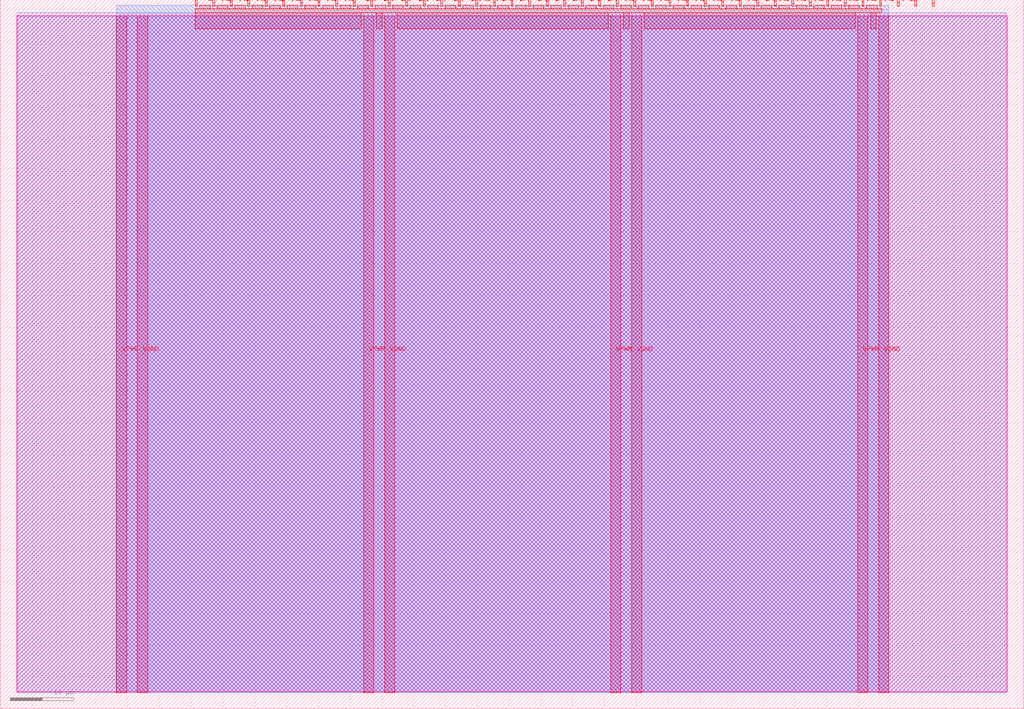
<source format=lef>
VERSION 5.7 ;
  NOWIREEXTENSIONATPIN ON ;
  DIVIDERCHAR "/" ;
  BUSBITCHARS "[]" ;
MACRO tt_um_wokwi_413387481972305921
  CLASS BLOCK ;
  FOREIGN tt_um_wokwi_413387481972305921 ;
  ORIGIN 0.000 0.000 ;
  SIZE 161.000 BY 111.520 ;
  PIN VGND
    DIRECTION INOUT ;
    USE GROUND ;
    PORT
      LAYER met4 ;
        RECT 21.580 2.480 23.180 109.040 ;
    END
    PORT
      LAYER met4 ;
        RECT 60.450 2.480 62.050 109.040 ;
    END
    PORT
      LAYER met4 ;
        RECT 99.320 2.480 100.920 109.040 ;
    END
    PORT
      LAYER met4 ;
        RECT 138.190 2.480 139.790 109.040 ;
    END
  END VGND
  PIN VPWR
    DIRECTION INOUT ;
    USE POWER ;
    PORT
      LAYER met4 ;
        RECT 18.280 2.480 19.880 109.040 ;
    END
    PORT
      LAYER met4 ;
        RECT 57.150 2.480 58.750 109.040 ;
    END
    PORT
      LAYER met4 ;
        RECT 96.020 2.480 97.620 109.040 ;
    END
    PORT
      LAYER met4 ;
        RECT 134.890 2.480 136.490 109.040 ;
    END
  END VPWR
  PIN clk
    DIRECTION INPUT ;
    USE SIGNAL ;
    PORT
      LAYER met4 ;
        RECT 143.830 110.520 144.130 111.520 ;
    END
  END clk
  PIN ena
    DIRECTION INPUT ;
    USE SIGNAL ;
    PORT
      LAYER met4 ;
        RECT 146.590 110.520 146.890 111.520 ;
    END
  END ena
  PIN rst_n
    DIRECTION INPUT ;
    USE SIGNAL ;
    PORT
      LAYER met4 ;
        RECT 141.070 110.520 141.370 111.520 ;
    END
  END rst_n
  PIN ui_in[0]
    DIRECTION INPUT ;
    USE SIGNAL ;
    ANTENNAGATEAREA 0.196500 ;
    PORT
      LAYER met4 ;
        RECT 138.310 110.520 138.610 111.520 ;
    END
  END ui_in[0]
  PIN ui_in[1]
    DIRECTION INPUT ;
    USE SIGNAL ;
    ANTENNAGATEAREA 0.196500 ;
    PORT
      LAYER met4 ;
        RECT 135.550 110.520 135.850 111.520 ;
    END
  END ui_in[1]
  PIN ui_in[2]
    DIRECTION INPUT ;
    USE SIGNAL ;
    ANTENNAGATEAREA 0.196500 ;
    PORT
      LAYER met4 ;
        RECT 132.790 110.520 133.090 111.520 ;
    END
  END ui_in[2]
  PIN ui_in[3]
    DIRECTION INPUT ;
    USE SIGNAL ;
    ANTENNAGATEAREA 0.196500 ;
    PORT
      LAYER met4 ;
        RECT 130.030 110.520 130.330 111.520 ;
    END
  END ui_in[3]
  PIN ui_in[4]
    DIRECTION INPUT ;
    USE SIGNAL ;
    ANTENNAGATEAREA 0.159000 ;
    PORT
      LAYER met4 ;
        RECT 127.270 110.520 127.570 111.520 ;
    END
  END ui_in[4]
  PIN ui_in[5]
    DIRECTION INPUT ;
    USE SIGNAL ;
    ANTENNAGATEAREA 0.159000 ;
    PORT
      LAYER met4 ;
        RECT 124.510 110.520 124.810 111.520 ;
    END
  END ui_in[5]
  PIN ui_in[6]
    DIRECTION INPUT ;
    USE SIGNAL ;
    ANTENNAGATEAREA 0.159000 ;
    PORT
      LAYER met4 ;
        RECT 121.750 110.520 122.050 111.520 ;
    END
  END ui_in[6]
  PIN ui_in[7]
    DIRECTION INPUT ;
    USE SIGNAL ;
    ANTENNAGATEAREA 0.213000 ;
    PORT
      LAYER met4 ;
        RECT 118.990 110.520 119.290 111.520 ;
    END
  END ui_in[7]
  PIN uio_in[0]
    DIRECTION INPUT ;
    USE SIGNAL ;
    PORT
      LAYER met4 ;
        RECT 116.230 110.520 116.530 111.520 ;
    END
  END uio_in[0]
  PIN uio_in[1]
    DIRECTION INPUT ;
    USE SIGNAL ;
    PORT
      LAYER met4 ;
        RECT 113.470 110.520 113.770 111.520 ;
    END
  END uio_in[1]
  PIN uio_in[2]
    DIRECTION INPUT ;
    USE SIGNAL ;
    PORT
      LAYER met4 ;
        RECT 110.710 110.520 111.010 111.520 ;
    END
  END uio_in[2]
  PIN uio_in[3]
    DIRECTION INPUT ;
    USE SIGNAL ;
    PORT
      LAYER met4 ;
        RECT 107.950 110.520 108.250 111.520 ;
    END
  END uio_in[3]
  PIN uio_in[4]
    DIRECTION INPUT ;
    USE SIGNAL ;
    PORT
      LAYER met4 ;
        RECT 105.190 110.520 105.490 111.520 ;
    END
  END uio_in[4]
  PIN uio_in[5]
    DIRECTION INPUT ;
    USE SIGNAL ;
    PORT
      LAYER met4 ;
        RECT 102.430 110.520 102.730 111.520 ;
    END
  END uio_in[5]
  PIN uio_in[6]
    DIRECTION INPUT ;
    USE SIGNAL ;
    PORT
      LAYER met4 ;
        RECT 99.670 110.520 99.970 111.520 ;
    END
  END uio_in[6]
  PIN uio_in[7]
    DIRECTION INPUT ;
    USE SIGNAL ;
    PORT
      LAYER met4 ;
        RECT 96.910 110.520 97.210 111.520 ;
    END
  END uio_in[7]
  PIN uio_oe[0]
    DIRECTION OUTPUT ;
    USE SIGNAL ;
    PORT
      LAYER met4 ;
        RECT 49.990 110.520 50.290 111.520 ;
    END
  END uio_oe[0]
  PIN uio_oe[1]
    DIRECTION OUTPUT ;
    USE SIGNAL ;
    PORT
      LAYER met4 ;
        RECT 47.230 110.520 47.530 111.520 ;
    END
  END uio_oe[1]
  PIN uio_oe[2]
    DIRECTION OUTPUT ;
    USE SIGNAL ;
    PORT
      LAYER met4 ;
        RECT 44.470 110.520 44.770 111.520 ;
    END
  END uio_oe[2]
  PIN uio_oe[3]
    DIRECTION OUTPUT ;
    USE SIGNAL ;
    PORT
      LAYER met4 ;
        RECT 41.710 110.520 42.010 111.520 ;
    END
  END uio_oe[3]
  PIN uio_oe[4]
    DIRECTION OUTPUT ;
    USE SIGNAL ;
    PORT
      LAYER met4 ;
        RECT 38.950 110.520 39.250 111.520 ;
    END
  END uio_oe[4]
  PIN uio_oe[5]
    DIRECTION OUTPUT ;
    USE SIGNAL ;
    PORT
      LAYER met4 ;
        RECT 36.190 110.520 36.490 111.520 ;
    END
  END uio_oe[5]
  PIN uio_oe[6]
    DIRECTION OUTPUT ;
    USE SIGNAL ;
    PORT
      LAYER met4 ;
        RECT 33.430 110.520 33.730 111.520 ;
    END
  END uio_oe[6]
  PIN uio_oe[7]
    DIRECTION OUTPUT ;
    USE SIGNAL ;
    PORT
      LAYER met4 ;
        RECT 30.670 110.520 30.970 111.520 ;
    END
  END uio_oe[7]
  PIN uio_out[0]
    DIRECTION OUTPUT ;
    USE SIGNAL ;
    PORT
      LAYER met4 ;
        RECT 72.070 110.520 72.370 111.520 ;
    END
  END uio_out[0]
  PIN uio_out[1]
    DIRECTION OUTPUT ;
    USE SIGNAL ;
    PORT
      LAYER met4 ;
        RECT 69.310 110.520 69.610 111.520 ;
    END
  END uio_out[1]
  PIN uio_out[2]
    DIRECTION OUTPUT ;
    USE SIGNAL ;
    PORT
      LAYER met4 ;
        RECT 66.550 110.520 66.850 111.520 ;
    END
  END uio_out[2]
  PIN uio_out[3]
    DIRECTION OUTPUT ;
    USE SIGNAL ;
    PORT
      LAYER met4 ;
        RECT 63.790 110.520 64.090 111.520 ;
    END
  END uio_out[3]
  PIN uio_out[4]
    DIRECTION OUTPUT ;
    USE SIGNAL ;
    PORT
      LAYER met4 ;
        RECT 61.030 110.520 61.330 111.520 ;
    END
  END uio_out[4]
  PIN uio_out[5]
    DIRECTION OUTPUT ;
    USE SIGNAL ;
    PORT
      LAYER met4 ;
        RECT 58.270 110.520 58.570 111.520 ;
    END
  END uio_out[5]
  PIN uio_out[6]
    DIRECTION OUTPUT ;
    USE SIGNAL ;
    PORT
      LAYER met4 ;
        RECT 55.510 110.520 55.810 111.520 ;
    END
  END uio_out[6]
  PIN uio_out[7]
    DIRECTION OUTPUT ;
    USE SIGNAL ;
    PORT
      LAYER met4 ;
        RECT 52.750 110.520 53.050 111.520 ;
    END
  END uio_out[7]
  PIN uo_out[0]
    DIRECTION OUTPUT ;
    USE SIGNAL ;
    ANTENNADIFFAREA 0.795200 ;
    PORT
      LAYER met4 ;
        RECT 94.150 110.520 94.450 111.520 ;
    END
  END uo_out[0]
  PIN uo_out[1]
    DIRECTION OUTPUT ;
    USE SIGNAL ;
    ANTENNADIFFAREA 0.795200 ;
    PORT
      LAYER met4 ;
        RECT 91.390 110.520 91.690 111.520 ;
    END
  END uo_out[1]
  PIN uo_out[2]
    DIRECTION OUTPUT ;
    USE SIGNAL ;
    ANTENNADIFFAREA 0.795200 ;
    PORT
      LAYER met4 ;
        RECT 88.630 110.520 88.930 111.520 ;
    END
  END uo_out[2]
  PIN uo_out[3]
    DIRECTION OUTPUT ;
    USE SIGNAL ;
    PORT
      LAYER met4 ;
        RECT 85.870 110.520 86.170 111.520 ;
    END
  END uo_out[3]
  PIN uo_out[4]
    DIRECTION OUTPUT ;
    USE SIGNAL ;
    ANTENNADIFFAREA 0.445500 ;
    PORT
      LAYER met4 ;
        RECT 83.110 110.520 83.410 111.520 ;
    END
  END uo_out[4]
  PIN uo_out[5]
    DIRECTION OUTPUT ;
    USE SIGNAL ;
    ANTENNADIFFAREA 0.445500 ;
    PORT
      LAYER met4 ;
        RECT 80.350 110.520 80.650 111.520 ;
    END
  END uo_out[5]
  PIN uo_out[6]
    DIRECTION OUTPUT ;
    USE SIGNAL ;
    ANTENNADIFFAREA 0.445500 ;
    PORT
      LAYER met4 ;
        RECT 77.590 110.520 77.890 111.520 ;
    END
  END uo_out[6]
  PIN uo_out[7]
    DIRECTION OUTPUT ;
    USE SIGNAL ;
    ANTENNADIFFAREA 0.795200 ;
    PORT
      LAYER met4 ;
        RECT 74.830 110.520 75.130 111.520 ;
    END
  END uo_out[7]
  OBS
      LAYER nwell ;
        RECT 2.570 2.635 158.430 108.990 ;
      LAYER li1 ;
        RECT 2.760 2.635 158.240 108.885 ;
      LAYER met1 ;
        RECT 2.760 2.480 158.240 109.440 ;
      LAYER met2 ;
        RECT 18.310 2.535 139.760 110.685 ;
      LAYER met3 ;
        RECT 18.290 2.555 139.780 110.665 ;
      LAYER met4 ;
        RECT 31.370 110.120 33.030 110.665 ;
        RECT 34.130 110.120 35.790 110.665 ;
        RECT 36.890 110.120 38.550 110.665 ;
        RECT 39.650 110.120 41.310 110.665 ;
        RECT 42.410 110.120 44.070 110.665 ;
        RECT 45.170 110.120 46.830 110.665 ;
        RECT 47.930 110.120 49.590 110.665 ;
        RECT 50.690 110.120 52.350 110.665 ;
        RECT 53.450 110.120 55.110 110.665 ;
        RECT 56.210 110.120 57.870 110.665 ;
        RECT 58.970 110.120 60.630 110.665 ;
        RECT 61.730 110.120 63.390 110.665 ;
        RECT 64.490 110.120 66.150 110.665 ;
        RECT 67.250 110.120 68.910 110.665 ;
        RECT 70.010 110.120 71.670 110.665 ;
        RECT 72.770 110.120 74.430 110.665 ;
        RECT 75.530 110.120 77.190 110.665 ;
        RECT 78.290 110.120 79.950 110.665 ;
        RECT 81.050 110.120 82.710 110.665 ;
        RECT 83.810 110.120 85.470 110.665 ;
        RECT 86.570 110.120 88.230 110.665 ;
        RECT 89.330 110.120 90.990 110.665 ;
        RECT 92.090 110.120 93.750 110.665 ;
        RECT 94.850 110.120 96.510 110.665 ;
        RECT 97.610 110.120 99.270 110.665 ;
        RECT 100.370 110.120 102.030 110.665 ;
        RECT 103.130 110.120 104.790 110.665 ;
        RECT 105.890 110.120 107.550 110.665 ;
        RECT 108.650 110.120 110.310 110.665 ;
        RECT 111.410 110.120 113.070 110.665 ;
        RECT 114.170 110.120 115.830 110.665 ;
        RECT 116.930 110.120 118.590 110.665 ;
        RECT 119.690 110.120 121.350 110.665 ;
        RECT 122.450 110.120 124.110 110.665 ;
        RECT 125.210 110.120 126.870 110.665 ;
        RECT 127.970 110.120 129.630 110.665 ;
        RECT 130.730 110.120 132.390 110.665 ;
        RECT 133.490 110.120 135.150 110.665 ;
        RECT 136.250 110.120 137.910 110.665 ;
        RECT 30.655 109.440 138.625 110.120 ;
        RECT 30.655 106.935 56.750 109.440 ;
        RECT 59.150 106.935 60.050 109.440 ;
        RECT 62.450 106.935 95.620 109.440 ;
        RECT 98.020 106.935 98.920 109.440 ;
        RECT 101.320 106.935 134.490 109.440 ;
        RECT 136.890 106.935 137.790 109.440 ;
  END
END tt_um_wokwi_413387481972305921
END LIBRARY


</source>
